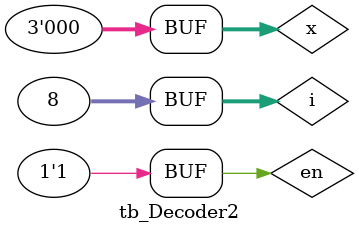
<source format=v>
`timescale 1ns/10ps

module tb_Decoder2;
	reg [2:0]	x;
	reg	en;
	wire [7:0]	D;
	integer	i;

	Decoder2 tb(.x(x), .en(en), .D(D));
	
	initial
		begin
			$dumpfile("test_Decoder2_out_vcd");
			$dumpvars(-1, tb);
			$monitor("%b", D);
		end

	initial
		begin
			en = 1'b0;
			x = 3'b000;

			#100;

			en = 1'b1;

			#50;

			for (i = 0; i <= 7; i = i+1)
				begin
				#50  x = x + 1;
				end

			#50;

		end
endmodule
</source>
